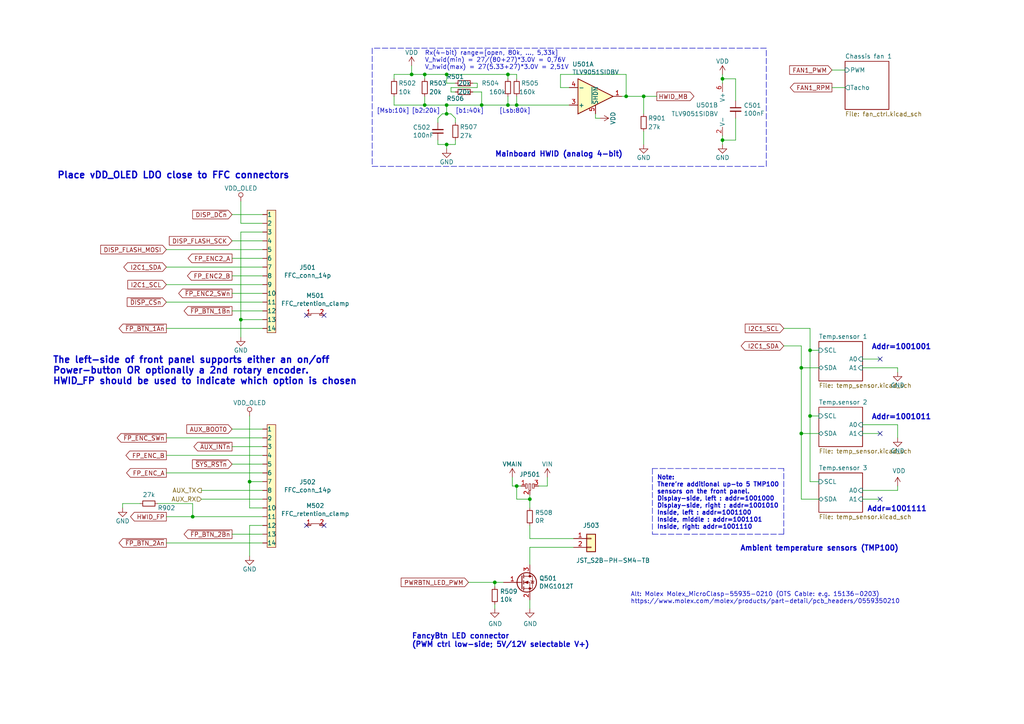
<source format=kicad_sch>
(kicad_sch (version 20211123) (generator eeschema)
  (paper "A4")
  (title_block (title "Front-side and internal connectors") (date "2020-08-03") (rev "R0.1") (company "SolderingStationGroup : Jonny Svärd / Mathias Johansson / Magnus Thulesius"))
  (lib_symbols
    (symbol "Connector_Generic:Conn_01x02" (pin_names (offset 1.016) hide)
      (property "Reference" "J" (at 0 2.54 0))
      (property "Value" "Conn_01x02" (at 0 -5.08 0))
      (symbol "Conn_01x02_1_1"
        (rectangle (start -1.27 -2.413) (end 0 -2.667) (stroke (width 0.1524)))
        (rectangle (start -1.27 0.127) (end 0 -0.127) (stroke (width 0.1524)))
        (rectangle (start -1.27 1.27) (end 1.27 -3.81) (stroke (width 0.254)) (fill (type background)))
        (pin passive line (at -5.08 0 0) (length 3.81) (name "Pin_1") (number "1"))
        (pin passive line (at -5.08 -2.54 0) (length 3.81) (name "Pin_2") (number "2"))
      )
    )
    (symbol "Device:C_Small" (pin_numbers hide) (pin_names (offset 0.254) hide)
      (property "Reference" "C" (at 0.254 1.778 0))
      (property "Value" "C_Small" (at 0.254 -2.032 0))
      (symbol "C_Small_0_1"
        (polyline (pts (xy -1.524 -0.508) (xy 1.524 -0.508)) (stroke (width 0.3302)))
        (polyline (pts (xy -1.524 0.508) (xy 1.524 0.508)) (stroke (width 0.3048)))
      )
      (symbol "C_Small_1_1"
        (pin passive line (at 0 2.54 270) (length 2.032) (name "~") (number "1"))
        (pin passive line (at 0 -2.54 90) (length 2.032) (name "~") (number "2"))
      )
    )
    (symbol "Device:R_Small" (pin_numbers hide) (pin_names (offset 0.254) hide)
      (property "Reference" "R" (at 0.762 0.508 0))
      (property "Value" "R_Small" (at 0.762 -1.016 0))
      (symbol "R_Small_0_1"
        (rectangle (start -0.762 1.778) (end 0.762 -1.778) (stroke (width 0.2032)))
      )
      (symbol "R_Small_1_1"
        (pin passive line (at 0 2.54 270) (length 0.762) (name "~") (number "1"))
        (pin passive line (at 0 -2.54 90) (length 0.762) (name "~") (number "2"))
      )
    )
    (symbol "customlib_mj:DMG1012T" (pin_names (offset 0) hide)
      (property "Reference" "Q" (at -1.27 -3.81 0))
      (property "Value" "DMG1012T" (at 5.715 0 90))
      (symbol "DMG1012T_0_1"
        (polyline (pts (xy 0.0508 0) (xy 0.254 0)))
        (polyline (pts (xy 0.762 -1.778) (xy 2.54 -1.778)))
        (polyline (pts (xy 0.762 -1.27) (xy 0.762 -2.286)) (stroke (width 0.254)))
        (polyline (pts (xy 0.762 0) (xy 2.54 0)))
        (polyline (pts (xy 0.762 0.508) (xy 0.762 -0.508)) (stroke (width 0.254)))
        (polyline (pts (xy 0.762 1.778) (xy 2.54 1.778)))
        (polyline (pts (xy 0.762 2.286) (xy 0.762 1.27)) (stroke (width 0.254)))
        (polyline (pts (xy 2.54 -1.778) (xy 2.54 -2.54)))
        (polyline (pts (xy 2.54 -1.778) (xy 2.54 0)))
        (polyline (pts (xy 2.54 2.54) (xy 2.54 1.778)))
        (polyline (pts (xy 0.254 1.905) (xy 0.254 -1.905) (xy 0.254 -1.905)) (stroke (width 0.254)))
        (polyline (pts (xy 1.016 0) (xy 2.032 0.381) (xy 2.032 -0.381) (xy 1.016 0)) (fill (type outline)))
        (polyline (pts (xy 2.54 -1.778) (xy 3.302 -1.778) (xy 3.302 1.778) (xy 2.54 1.778)))
        (polyline (pts (xy 2.794 0.508) (xy 2.921 0.381) (xy 3.683 0.381) (xy 3.81 0.254)))
        (polyline (pts (xy 3.302 0.381) (xy 2.921 -0.254) (xy 3.683 -0.254) (xy 3.302 0.381)))
        (circle (center 1.651 0) (radius 2.8194) (stroke (width 0.254)))
        (circle (center 2.54 -1.778) (radius 0.2794) (fill (type outline)))
        (circle (center 2.54 1.778) (radius 0.2794) (fill (type outline)))
      )
      (symbol "DMG1012T_1_1"
        (pin input line (at -5.08 0 0) (length 5.08) (name "G") (number "1"))
        (pin passive line (at 2.54 -5.08 90) (length 2.54) (name "S") (number "2"))
        (pin passive line (at 2.54 5.08 270) (length 2.54) (name "D") (number "3"))
      )
    )
    (symbol "customlib_mj:FFC_conn_14p" (pin_numbers hide) (pin_names (offset 0.0254))
      (property "Reference" "J" (at 0 -19.05 0))
      (property "Value" "FFC_conn_14p" (at 2.54 0 90))
      (symbol "FFC_conn_14p_0_1"
        (rectangle (start -1.27 17.78) (end 1.27 -17.78) (fill (type background)))
      )
      (symbol "FFC_conn_14p_1_1"
        (pin passive line (at -2.54 16.51 0) (length 1.27) (name "1") (number "1"))
        (pin passive line (at -2.54 -6.35 0) (length 1.27) (name "10") (number "10"))
        (pin passive line (at -2.54 -8.89 0) (length 1.27) (name "11") (number "11"))
        (pin passive line (at -2.54 -11.43 0) (length 1.27) (name "12") (number "12"))
        (pin passive line (at -2.54 -13.97 0) (length 1.27) (name "13") (number "13"))
        (pin passive line (at -2.54 -16.51 0) (length 1.27) (name "14") (number "14"))
        (pin no_connect line (at 2.54 17.78 180) (length 1.27) hide (name "~") (number "15"))
        (pin no_connect line (at 2.54 -17.78 180) (length 1.27) hide (name "~") (number "16"))
        (pin passive line (at -2.54 13.97 0) (length 1.27) (name "2") (number "2"))
        (pin passive line (at -2.54 11.43 0) (length 1.27) (name "3") (number "3"))
        (pin passive line (at -2.54 8.89 0) (length 1.27) (name "4") (number "4"))
        (pin passive line (at -2.54 6.35 0) (length 1.27) (name "5") (number "5"))
        (pin passive line (at -2.54 3.81 0) (length 1.27) (name "6") (number "6"))
        (pin passive line (at -2.54 1.27 0) (length 1.27) (name "7") (number "7"))
        (pin passive line (at -2.54 -1.27 0) (length 1.27) (name "8") (number "8"))
        (pin passive line (at -2.54 -3.81 0) (length 1.27) (name "9") (number "9"))
      )
    )
    (symbol "customlib_mj:FFC_retention_clamp" (pin_names (offset 1.016))
      (property "Reference" "M" (at 0 2.54 0))
      (property "Value" "FFC_retention_clamp" (at 0 -1.27 0))
      (symbol "FFC_retention_clamp_0_1"
        (polyline (pts (xy -1.27 0) (xy -1.27 0.508) (xy 1.27 0.508) (xy 1.27 0)))
      )
      (symbol "FFC_retention_clamp_1_1"
        (pin passive line (at -2.54 0 0) (length 1.27) (name "~") (number "1"))
        (pin passive line (at 2.54 0 180) (length 1.27) (name "~") (number "2"))
      )
    )
    (symbol "customlib_mj:TLV9051SIDBV" (pin_names (offset 0.127))
      (property "Reference" "U" (at 1.27 3.81 0))
      (property "Value" "TLV9051SIDBV" (at -2.54 -5.08 0))
      (symbol "TLV9051SIDBV_1_1"
        (polyline (pts (xy -5.08 5.08) (xy 5.08 0) (xy -5.08 -5.08) (xy -5.08 5.08)) (stroke (width 0.254)) (fill (type background)))
        (pin output line (at 7.62 0 180) (length 2.54) (name "~") (number "1"))
        (pin input line (at -7.62 2.54 0) (length 2.54) (name "+") (number "3"))
        (pin input line (at -7.62 -2.54 0) (length 2.54) (name "-") (number "4"))
        (pin input line (at 0 5.08 270) (length 2.54) (name "~{SHDN}") (number "5"))
      )
      (symbol "TLV9051SIDBV_2_1"
        (pin power_in line (at 0 -7.62 90) (length 2.54) (name "V-") (number "2"))
        (pin power_in line (at 0 7.62 270) (length 2.54) (name "V+") (number "6"))
      )
    )
    (symbol "customlib_mj:VDD_OLED" (power) (pin_names (offset 0))
      (property "Value" "VDD_OLED" (at 0 3.81 0))
      (symbol "VDD_OLED_0_1"
        (polyline (pts (xy 0 0) (xy 0 1.27)))
        (circle (center 0 1.905) (radius 0.635))
      )
      (symbol "VDD_OLED_1_1"
        (pin power_in line (at 0 0 90) (length 0) hide (name "VDD_OLED") (number "1"))
      )
    )
    (symbol "customlib_mj:VIN" (power) (pin_names (offset 0))
      (property "Value" "VIN" (at 0 3.81 0))
      (symbol "VIN_0_1"
        (polyline (pts (xy -0.762 1.27) (xy 0 2.54)))
        (polyline (pts (xy 0 0) (xy 0 2.54)))
        (polyline (pts (xy 0 2.54) (xy 0.762 1.27)))
      )
      (symbol "VIN_1_1"
        (pin power_in line (at 0 0 90) (length 0) hide (name "VIN") (number "1"))
      )
    )
    (symbol "customlib_mj:VMAIN" (power) (pin_names (offset 0))
      (property "Value" "VMAIN" (at 0 3.81 0))
      (symbol "VMAIN_0_1"
        (polyline (pts (xy -0.762 1.27) (xy 0 2.54)))
        (polyline (pts (xy 0 0) (xy 0 2.54)))
        (polyline (pts (xy 0 2.54) (xy 0.762 1.27)))
      )
      (symbol "VMAIN_1_1"
        (pin power_in line (at 0 0 90) (length 0) hide (name "VMAIN") (number "1"))
      )
    )
    (symbol "customlib_mj:dogbone_3_ud" (pin_names (offset 1.016))
      (property "Reference" "JP" (at 0 1.905 0))
      (symbol "dogbone_3_ud_0_1"
        (rectangle (start -1.27 0.635) (end -0.762 -0.635))
        (rectangle (start -0.254 0.635) (end 0.254 -1.27))
        (rectangle (start 1.27 0.635) (end 0.762 -0.635))
      )
      (symbol "dogbone_3_ud_1_1"
        (pin passive line (at -2.54 0 0) (length 1.27) (name "~") (number "1"))
        (pin passive line (at 0 -2.54 90) (length 1.27) (name "~") (number "2"))
        (pin passive line (at 2.54 0 180) (length 1.27) (name "~") (number "3"))
      )
    )
    (symbol "power:GND" (power) (pin_names (offset 0))
      (property "Value" "GND" (at 0 -3.81 0))
      (symbol "GND_0_1"
        (polyline (pts (xy 0 0) (xy 0 -1.27) (xy 1.27 -1.27) (xy 0 -2.54) (xy -1.27 -1.27) (xy 0 -1.27)))
      )
      (symbol "GND_1_1"
        (pin power_in line (at 0 0 270) (length 0) hide (name "GND") (number "1"))
      )
    )
    (symbol "power:VDD" (power) (pin_names (offset 0))
      (property "Value" "VDD" (at 0 3.81 0))
      (symbol "VDD_0_1"
        (polyline (pts (xy -0.762 1.27) (xy 0 2.54)))
        (polyline (pts (xy 0 0) (xy 0 2.54)))
        (polyline (pts (xy 0 2.54) (xy 0.762 1.27)))
      )
      (symbol "VDD_1_1"
        (pin power_in line (at 0 0 90) (length 0) hide (name "VDD") (number "1"))
      )
    )
  )
  (junction (at 129.54 33.02))
  (junction (at 129.54 30.48))
  (junction (at 123.19 30.48))
  (junction (at 147.32 21.59))
  (junction (at 181.61 27.94))
  (junction (at 72.39 139.7))
  (junction (at 147.32 30.48))
  (junction (at 232.41 106.68))
  (junction (at 139.7 30.48))
  (junction (at 123.19 21.59))
  (junction (at 209.55 22.86))
  (junction (at 119.38 21.59))
  (junction (at 129.54 21.59))
  (junction (at 209.55 40.64))
  (junction (at 232.41 125.73))
  (junction (at 153.67 144.78))
  (junction (at 143.51 168.91))
  (junction (at 234.95 101.6))
  (junction (at 69.85 92.71))
  (junction (at 55.88 149.86))
  (junction (at 149.86 140.97))
  (junction (at 129.54 41.91))
  (junction (at 186.69 27.94))
  (junction (at 149.86 30.48))
  (junction (at 234.95 120.65))
  (no_connect (at 88.9 152.4))
  (no_connect (at 93.98 152.4))
  (no_connect (at 255.27 144.78))
  (no_connect (at 93.98 91.44))
  (no_connect (at 88.9 91.44))
  (no_connect (at 255.27 104.14))
  (no_connect (at 255.27 125.73))
  (wire (pts (xy 69.85 92.71) (xy 69.85 97.79)))
  (wire (pts (xy 130.81 33.02) (xy 129.54 33.02)))
  (wire (pts (xy 132.08 34.29) (xy 130.81 33.02)))
  (wire (pts (xy 76.2 82.55) (xy 48.26 82.55)))
  (wire (pts (xy 76.2 90.17) (xy 67.31 90.17)))
  (wire (pts (xy 260.35 142.24) (xy 260.35 140.97)))
  (wire (pts (xy 76.2 127) (xy 48.26 127)))
  (wire (pts (xy 132.08 35.56) (xy 132.08 34.29)))
  (wire (pts (xy 76.2 62.23) (xy 67.31 62.23)))
  (wire (pts (xy 123.19 22.86) (xy 123.19 21.59)))
  (wire (pts (xy 260.35 107.95) (xy 260.35 106.68)))
  (wire (pts (xy 153.67 144.78) (xy 153.67 143.51)))
  (wire (pts (xy 234.95 101.6) (xy 234.95 95.25)))
  (wire (pts (xy 67.31 80.01) (xy 76.2 80.01)))
  (wire (pts (xy 149.86 30.48) (xy 165.1 30.48)))
  (wire (pts (xy 76.2 137.16) (xy 48.26 137.16)))
  (wire (pts (xy 123.19 30.48) (xy 129.54 30.48)))
  (wire (pts (xy 135.89 168.91) (xy 143.51 168.91)))
  (wire (pts (xy 209.55 40.64) (xy 209.55 39.37)))
  (wire (pts (xy 69.85 67.31) (xy 69.85 92.71)))
  (wire (pts (xy 35.56 146.05) (xy 40.64 146.05)))
  (polyline (pts (xy 227.33 154.94) (xy 227.33 135.89)))
  (wire (pts (xy 72.39 120.65) (xy 72.39 139.7)))
  (wire (pts (xy 162.56 25.4) (xy 162.56 21.59)))
  (wire (pts (xy 250.19 104.14) (xy 255.27 104.14)))
  (wire (pts (xy 147.32 21.59) (xy 149.86 21.59)))
  (wire (pts (xy 76.2 87.63) (xy 48.26 87.63)))
  (wire (pts (xy 69.85 64.77) (xy 69.85 58.42)))
  (wire (pts (xy 67.31 74.93) (xy 76.2 74.93)))
  (wire (pts (xy 186.69 27.94) (xy 190.5 27.94)))
  (wire (pts (xy 234.95 139.7) (xy 234.95 120.65)))
  (wire (pts (xy 130.81 25.4) (xy 130.81 26.67)))
  (wire (pts (xy 213.36 22.86) (xy 209.55 22.86)))
  (wire (pts (xy 209.55 41.91) (xy 209.55 40.64)))
  (wire (pts (xy 76.2 129.54) (xy 67.31 129.54)))
  (polyline (pts (xy 107.95 13.97) (xy 107.95 48.26)))
  (wire (pts (xy 137.16 24.13) (xy 138.43 24.13)))
  (wire (pts (xy 250.19 142.24) (xy 260.35 142.24)))
  (wire (pts (xy 260.35 106.68) (xy 250.19 106.68)))
  (wire (pts (xy 260.35 123.19) (xy 250.19 123.19)))
  (wire (pts (xy 137.16 26.67) (xy 139.7 26.67)))
  (wire (pts (xy 119.38 21.59) (xy 123.19 21.59)))
  (polyline (pts (xy 222.25 13.97) (xy 107.95 13.97)))
  (polyline (pts (xy 107.95 48.26) (xy 222.25 48.26)))
  (wire (pts (xy 234.95 95.25) (xy 227.33 95.25)))
  (wire (pts (xy 153.67 163.83) (xy 153.67 158.75)))
  (wire (pts (xy 72.39 139.7) (xy 76.2 139.7)))
  (wire (pts (xy 114.3 30.48) (xy 123.19 30.48)))
  (wire (pts (xy 76.2 77.47) (xy 48.26 77.47)))
  (wire (pts (xy 153.67 152.4) (xy 153.67 156.21)))
  (wire (pts (xy 129.54 21.59) (xy 147.32 21.59)))
  (wire (pts (xy 181.61 27.94) (xy 180.34 27.94)))
  (wire (pts (xy 143.51 170.18) (xy 143.51 168.91)))
  (wire (pts (xy 119.38 19.05) (xy 119.38 21.59)))
  (wire (pts (xy 149.86 27.94) (xy 149.86 30.48)))
  (wire (pts (xy 147.32 27.94) (xy 147.32 30.48)))
  (wire (pts (xy 76.2 144.78) (xy 58.42 144.78)))
  (wire (pts (xy 213.36 40.64) (xy 213.36 34.29)))
  (wire (pts (xy 234.95 120.65) (xy 234.95 101.6)))
  (wire (pts (xy 128.27 33.02) (xy 127 34.29)))
  (wire (pts (xy 76.2 142.24) (xy 58.42 142.24)))
  (wire (pts (xy 127 40.64) (xy 127 41.91)))
  (wire (pts (xy 260.35 127) (xy 260.35 123.19)))
  (polyline (pts (xy 227.33 135.89) (xy 189.23 135.89)))
  (wire (pts (xy 129.54 30.48) (xy 139.7 30.48)))
  (wire (pts (xy 130.81 26.67) (xy 132.08 26.67)))
  (wire (pts (xy 153.67 158.75) (xy 166.37 158.75)))
  (wire (pts (xy 132.08 24.13) (xy 129.54 24.13)))
  (wire (pts (xy 55.88 146.05) (xy 55.88 149.86)))
  (wire (pts (xy 148.59 140.97) (xy 149.86 140.97)))
  (wire (pts (xy 241.3 20.32) (xy 245.11 20.32)))
  (wire (pts (xy 173.99 34.29) (xy 172.72 34.29)))
  (wire (pts (xy 76.2 132.08) (xy 48.26 132.08)))
  (wire (pts (xy 213.36 29.21) (xy 213.36 22.86)))
  (wire (pts (xy 245.11 25.4) (xy 241.3 25.4)))
  (wire (pts (xy 209.55 40.64) (xy 213.36 40.64)))
  (wire (pts (xy 35.56 147.32) (xy 35.56 146.05)))
  (wire (pts (xy 153.67 156.21) (xy 166.37 156.21)))
  (wire (pts (xy 138.43 25.4) (xy 130.81 25.4)))
  (wire (pts (xy 76.2 147.32) (xy 72.39 147.32)))
  (wire (pts (xy 69.85 67.31) (xy 76.2 67.31)))
  (wire (pts (xy 162.56 21.59) (xy 181.61 21.59)))
  (wire (pts (xy 138.43 24.13) (xy 138.43 25.4)))
  (wire (pts (xy 76.2 72.39) (xy 48.26 72.39)))
  (wire (pts (xy 76.2 64.77) (xy 69.85 64.77)))
  (wire (pts (xy 72.39 152.4) (xy 72.39 161.29)))
  (wire (pts (xy 153.67 147.32) (xy 153.67 144.78)))
  (polyline (pts (xy 189.23 154.94) (xy 227.33 154.94)))
  (wire (pts (xy 250.19 144.78) (xy 255.27 144.78)))
  (wire (pts (xy 139.7 30.48) (xy 147.32 30.48)))
  (wire (pts (xy 67.31 85.09) (xy 76.2 85.09)))
  (wire (pts (xy 237.49 120.65) (xy 234.95 120.65)))
  (wire (pts (xy 232.41 144.78) (xy 232.41 125.73)))
  (wire (pts (xy 156.21 140.97) (xy 158.75 140.97)))
  (wire (pts (xy 127 35.56) (xy 127 34.29)))
  (wire (pts (xy 114.3 21.59) (xy 119.38 21.59)))
  (wire (pts (xy 129.54 41.91) (xy 129.54 43.18)))
  (wire (pts (xy 237.49 144.78) (xy 232.41 144.78)))
  (wire (pts (xy 45.72 146.05) (xy 55.88 146.05)))
  (wire (pts (xy 114.3 22.86) (xy 114.3 21.59)))
  (wire (pts (xy 172.72 34.29) (xy 172.72 33.02)))
  (wire (pts (xy 76.2 134.62) (xy 67.31 134.62)))
  (wire (pts (xy 165.1 25.4) (xy 162.56 25.4)))
  (wire (pts (xy 186.69 41.91) (xy 186.69 38.1)))
  (wire (pts (xy 143.51 176.53) (xy 143.51 175.26)))
  (wire (pts (xy 209.55 24.13) (xy 209.55 22.86)))
  (wire (pts (xy 72.39 147.32) (xy 72.39 139.7)))
  (wire (pts (xy 149.86 21.59) (xy 149.86 22.86)))
  (wire (pts (xy 48.26 157.48) (xy 76.2 157.48)))
  (wire (pts (xy 132.08 41.91) (xy 132.08 40.64)))
  (wire (pts (xy 127 41.91) (xy 129.54 41.91)))
  (wire (pts (xy 123.19 21.59) (xy 129.54 21.59)))
  (wire (pts (xy 149.86 140.97) (xy 149.86 144.78)))
  (wire (pts (xy 232.41 100.33) (xy 227.33 100.33)))
  (polyline (pts (xy 189.23 135.89) (xy 189.23 154.94)))
  (wire (pts (xy 147.32 22.86) (xy 147.32 21.59)))
  (wire (pts (xy 186.69 33.02) (xy 186.69 27.94)))
  (wire (pts (xy 250.19 125.73) (xy 255.27 125.73)))
  (wire (pts (xy 158.75 140.97) (xy 158.75 138.43)))
  (wire (pts (xy 147.32 30.48) (xy 149.86 30.48)))
  (wire (pts (xy 76.2 92.71) (xy 69.85 92.71)))
  (wire (pts (xy 76.2 124.46) (xy 67.31 124.46)))
  (wire (pts (xy 76.2 95.25) (xy 48.26 95.25)))
  (wire (pts (xy 153.67 173.99) (xy 153.67 176.53)))
  (wire (pts (xy 232.41 106.68) (xy 232.41 100.33)))
  (wire (pts (xy 76.2 149.86) (xy 55.88 149.86)))
  (wire (pts (xy 209.55 22.86) (xy 209.55 21.59)))
  (wire (pts (xy 76.2 69.85) (xy 67.31 69.85)))
  (wire (pts (xy 143.51 168.91) (xy 146.05 168.91)))
  (wire (pts (xy 149.86 140.97) (xy 151.13 140.97)))
  (wire (pts (xy 237.49 125.73) (xy 232.41 125.73)))
  (wire (pts (xy 55.88 149.86) (xy 48.26 149.86)))
  (wire (pts (xy 237.49 106.68) (xy 232.41 106.68)))
  (wire (pts (xy 148.59 138.43) (xy 148.59 140.97)))
  (wire (pts (xy 129.54 24.13) (xy 129.54 21.59)))
  (wire (pts (xy 139.7 26.67) (xy 139.7 30.48)))
  (wire (pts (xy 129.54 33.02) (xy 129.54 30.48)))
  (polyline (pts (xy 222.25 48.26) (xy 222.25 13.97)))
  (wire (pts (xy 237.49 139.7) (xy 234.95 139.7)))
  (wire (pts (xy 76.2 152.4) (xy 72.39 152.4)))
  (wire (pts (xy 76.2 154.94) (xy 67.31 154.94)))
  (wire (pts (xy 129.54 33.02) (xy 128.27 33.02)))
  (wire (pts (xy 232.41 125.73) (xy 232.41 106.68)))
  (wire (pts (xy 129.54 41.91) (xy 132.08 41.91)))
  (wire (pts (xy 149.86 144.78) (xy 153.67 144.78)))
  (wire (pts (xy 237.49 101.6) (xy 234.95 101.6)))
  (wire (pts (xy 181.61 27.94) (xy 186.69 27.94)))
  (wire (pts (xy 123.19 27.94) (xy 123.19 30.48)))
  (wire (pts (xy 114.3 27.94) (xy 114.3 30.48)))
  (wire (pts (xy 181.61 21.59) (xy 181.61 27.94)))
  (text "Addr=1001011" (at 252.73 121.92 0) (effects (font (size 1.524 1.524) (thickness 0.3048) bold) (justify left bottom)))
  (text "Alt: Molex Molex_MicroClasp-55935-0210 (OTS Cable: e.g. 15136-0203)\nhttps://www.molex.com/molex/products/part-detail/pcb_headers/0559350210" (at 182.88 175.26 0) (effects (font (size 1.27 1.27)) (justify left bottom)))
  (text "Rx(4-bit) range=[open, 80k, ..., 5,33k]\nV_hwid(min) = 27/(80+27)*3.0V = 0,76V\nV_hwid(max) = 27(5.33+27)*3.0V = 2,51V" (at 123.19 20.32 0) (effects (font (size 1.27 1.27)) (justify left bottom)))
  (text "[b2:20k]" (at 119.38 33.02 0) (effects (font (size 1.27 1.27)) (justify left bottom)))
  (text "[Lsb:80k]" (at 144.78 33.02 0) (effects (font (size 1.27 1.27)) (justify left bottom)))
  (text "Addr=1001001" (at 252.73 101.6 0) (effects (font (size 1.524 1.524) (thickness 0.3048) bold) (justify left bottom)))
  (text "Note:\nThere're additional up-to 5 TMP100\nsensors on the front panel.\nDisplay-side, left : addr=1001000\nDisplay-side, right : addr=1001010\nInside, left : addr=1001100\nInside, middle : addr=1001101\nInside, right: addr=1001110 " (at 190.5 153.67 0) (effects (font (size 1.27 1.27) (thickness 0.254) bold) (justify left bottom)))
  (text "The left-side of front panel supports either an on/off\nPower-button OR optionally a 2nd rotary encoder.\nHWID_FP should be used to indicate which option is chosen" (at 15.24 111.76 0) (effects (font (size 1.905 1.905) (thickness 0.381) bold) (justify left bottom)))
  (text "Ambient temperature sensors (TMP100)" (at 214.63 160.02 0) (effects (font (size 1.524 1.524) (thickness 0.3048) bold) (justify left bottom)))
  (text "Place vDD_OLED LDO close to FFC connectors" (at 16.51 52.07 0) (effects (font (size 1.905 1.905) (thickness 0.381) bold) (justify left bottom)))
  (text "Addr=1001111" (at 251.46 148.59 0) (effects (font (size 1.524 1.524) (thickness 0.3048) bold) (justify left bottom)))
  (text "FancyBtn LED connector \n(PWM ctrl low-side; 5V/12V selectable V+)" (at 119.38 187.96 0) (effects (font (size 1.524 1.524) (thickness 0.3048) bold) (justify left bottom)))
  (text "Mainboard HWID (analog 4-bit)" (at 143.51 45.72 0) (effects (font (size 1.524 1.524) (thickness 0.3048) bold) (justify left bottom)))
  (text "[Msb:10k]" (at 109.22 33.02 0) (effects (font (size 1.27 1.27)) (justify left bottom)))
  (text "[b1:40k]" (at 132.08 33.02 0) (effects (font (size 1.27 1.27)) (justify left bottom)))
  (global_label "I2C1_SCL" (shape input) (at 227.33 95.25 180) (property "Intersheet References" "${INTERSHEET_REFS}" (effects hide)))
  (global_label "~{SYS_RSTn}" (shape input) (at 67.31 134.62 180) (property "Intersheet References" "${INTERSHEET_REFS}" (effects hide)))
  (global_label "~{AUX_INTn}" (shape output) (at 67.31 129.54 180) (property "Intersheet References" "${INTERSHEET_REFS}" (effects hide)))
  (global_label "~{FP_BTN_1Bn}" (shape output) (at 67.31 90.17 180) (property "Intersheet References" "${INTERSHEET_REFS}" (effects hide)))
  (global_label "~{DISP_CSn}" (shape input) (at 48.26 87.63 180) (property "Intersheet References" "${INTERSHEET_REFS}" (effects hide)))
  (global_label "DISP_FLASH_SCK" (shape input) (at 67.31 69.85 180) (property "Intersheet References" "${INTERSHEET_REFS}" (effects hide)))
  (global_label "PWRBTN_LED_PWM" (shape input) (at 135.89 168.91 180) (property "Intersheet References" "${INTERSHEET_REFS}" (effects hide)))
  (global_label "FP_ENC2_B" (shape output) (at 67.31 80.01 180) (property "Intersheet References" "${INTERSHEET_REFS}" (effects hide)))
  (global_label "~{FP_BTN_2Bn}" (shape output) (at 67.31 154.94 180) (property "Intersheet References" "${INTERSHEET_REFS}" (effects hide)))
  (global_label "FP_ENC_A" (shape output) (at 48.26 137.16 180) (property "Intersheet References" "${INTERSHEET_REFS}" (effects hide)))
  (global_label "FAN1_RPM" (shape output) (at 241.3 25.4 180) (property "Intersheet References" "${INTERSHEET_REFS}" (effects hide)))
  (global_label "FP_ENC2_A" (shape output) (at 67.31 74.93 180) (property "Intersheet References" "${INTERSHEET_REFS}" (effects hide)))
  (global_label "~{FP_ENC2_SWn}" (shape output) (at 67.31 85.09 180) (property "Intersheet References" "${INTERSHEET_REFS}" (effects hide)))
  (global_label "FP_ENC_B" (shape output) (at 48.26 132.08 180) (property "Intersheet References" "${INTERSHEET_REFS}" (effects hide)))
  (global_label "I2C1_SDA" (shape bidirectional) (at 48.26 77.47 180) (property "Intersheet References" "${INTERSHEET_REFS}" (effects hide)))
  (global_label "~{FP_BTN_2An}" (shape output) (at 48.26 157.48 180) (property "Intersheet References" "${INTERSHEET_REFS}" (effects hide)))
  (global_label "~{FP_ENC_SWn}" (shape output) (at 48.26 127 180) (property "Intersheet References" "${INTERSHEET_REFS}" (effects hide)))
  (global_label "I2C1_SDA" (shape bidirectional) (at 227.33 100.33 180) (property "Intersheet References" "${INTERSHEET_REFS}" (effects hide)))
  (global_label "~{FP_BTN_1An}" (shape output) (at 48.26 95.25 180) (property "Intersheet References" "${INTERSHEET_REFS}" (effects hide)))
  (global_label "DISP_FLASH_MOSI" (shape input) (at 48.26 72.39 180) (property "Intersheet References" "${INTERSHEET_REFS}" (effects hide)))
  (global_label "HWID_MB" (shape output) (at 190.5 27.94 0) (property "Intersheet References" "${INTERSHEET_REFS}" (effects hide)))
  (global_label "AUX_BOOT0" (shape input) (at 67.31 124.46 180) (property "Intersheet References" "${INTERSHEET_REFS}" (effects hide)))
  (global_label "HWID_FP" (shape output) (at 48.26 149.86 180) (property "Intersheet References" "${INTERSHEET_REFS}" (effects hide)))
  (global_label "I2C1_SCL" (shape input) (at 48.26 82.55 180) (property "Intersheet References" "${INTERSHEET_REFS}" (effects hide)))
  (global_label "DISP_D~{Cn}" (shape input) (at 67.31 62.23 180) (property "Intersheet References" "${INTERSHEET_REFS}" (effects hide)))
  (global_label "FAN1_PWM" (shape input) (at 241.3 20.32 180) (property "Intersheet References" "${INTERSHEET_REFS}" (effects hide)))
  (hierarchical_label "AUX_TX" (shape output) (at 58.42 142.24 180))
  (hierarchical_label "AUX_RX" (shape input) (at 58.42 144.78 180))
  (symbol (lib_id "customlib_mj:VIN") (at 158.75 138.43 0) (unit 1)
    (property "Reference" "#PWR0512" (effects hide))
    (property "Value" "VIN" (at 158.75 134.62 0))
  )
  (symbol (lib_id "customlib_mj:VMAIN") (at 148.59 138.43 0) (unit 1)
    (property "Reference" "#PWR0511" (effects hide))
    (property "Value" "VMAIN" (at 148.59 134.62 0))
  )
  (symbol (lib_id "customlib_mj:DMG1012T") (at 151.13 168.91 0) (unit 1)
    (property "Reference" "Q501" (at 156.3624 167.7416 0) (effects (justify left)))
    (property "Value" "DMG1012T" (at 161.3408 170.053 0))
    (property "Footprint" "customlib_mj_fp:SOT-523_handsoldering" (effects hide))
    (property "Datasheet" "https://www.diodes.com/assets/Datasheets/ds31783.pdf" (effects hide))
    (property "JLC_part" "Extended" (effects hide))
    (property "LCSC" "C143044" (effects hide))
  )
  (symbol (lib_id "power:GND") (at 153.67 176.53 0) (unit 1)
    (property "Reference" "#PWR0516" (effects hide))
    (property "Value" "GND" (at 153.797 180.9242 0))
  )
  (symbol (lib_id "Device:R_Small") (at 143.51 172.72 0) (unit 1)
    (property "Reference" "R509" (at 145.0086 171.5516 0) (effects (justify left)))
    (property "Value" "10k" (at 145.0086 173.863 0) (effects (justify left)))
    (property "Footprint" "Resistor_SMD:R_0402_1005Metric" (effects hide))
    (property "JLC_part" "Basic" (effects hide))
    (property "LCSC" "C25744" (effects hide))
  )
  (symbol (lib_id "power:GND") (at 143.51 176.53 0) (unit 1)
    (property "Reference" "#PWR0515" (effects hide))
    (property "Value" "GND" (at 143.637 180.9242 0))
  )
  (symbol (lib_id "customlib_mj:FFC_conn_14p") (at 78.74 78.74 0) (unit 1)
    (property "Reference" "J501" (at 89.2048 77.5716 0))
    (property "Value" "FFC_conn_14p" (at 89.2048 79.883 0))
    (property "Footprint" "customlib_mj_fp:FPC_14p_05mm-Molex_5052781433" (effects hide))
    (property "Datasheet" "https://www.we-online.com/catalog/datasheet/687114182122.pdf" (effects hide))
  )
  (symbol (lib_id "customlib_mj:FFC_conn_14p") (at 78.74 140.97 0) (unit 1)
    (property "Reference" "J502" (at 89.2048 139.8016 0))
    (property "Value" "FFC_conn_14p" (at 89.2048 142.113 0))
    (property "Footprint" "customlib_mj_fp:FPC_14p_05mm-Molex_5052781433" (effects hide))
    (property "Datasheet" "https://www.we-online.com/catalog/datasheet/687114182122.pdf" (effects hide))
  )
  (symbol (lib_id "Connector_Generic:Conn_01x02") (at 171.45 156.21 0) (unit 1)
    (property "Reference" "J503" (at 171.45 152.4 0))
    (property "Value" "JST_S2B-PH-SM4-TB" (at 177.8 162.56 0))
    (property "Footprint" "customlib_mj_fp:JST_PH_S2B-PH-SM4-TB_1x02-1MP_P2.00mm_Horizontal" (effects hide))
  )
  (symbol (lib_id "customlib_mj:FFC_retention_clamp") (at 91.44 91.44 0) (unit 1)
    (property "Reference" "M501" (at 91.44 85.725 0))
    (property "Value" "FFC_retention_clamp" (at 91.44 88.0364 0))
    (property "Footprint" "customlib_mj_fp:FFC_retention_clamp_14pin_7_5mm" (effects hide))
  )
  (symbol (lib_id "customlib_mj:FFC_retention_clamp") (at 91.44 152.4 0) (unit 1)
    (property "Reference" "M502" (at 91.44 146.685 0))
    (property "Value" "FFC_retention_clamp" (at 91.44 148.9964 0))
    (property "Footprint" "customlib_mj_fp:FFC_retention_clamp_14pin_7_5mm" (effects hide))
  )
  (symbol (lib_id "customlib_mj:dogbone_3_ud") (at 153.67 140.97 0) (unit 1)
    (property "Reference" "JP501" (at 153.67 137.5918 0))
    (property "Value" "dogbone_3_ud" (effects hide))
    (property "Footprint" "customlib_mj_fp:db3_ud_0402" (effects hide))
  )
  (symbol (lib_id "power:GND") (at 260.35 107.95 0) (unit 1)
    (property "Reference" "#PWR0508" (effects hide))
    (property "Value" "GND" (at 260.35 111.76 0))
  )
  (symbol (lib_id "power:GND") (at 260.35 127 0) (unit 1)
    (property "Reference" "#PWR0510" (effects hide))
    (property "Value" "GND" (at 260.35 130.81 0))
  )
  (symbol (lib_id "power:VDD") (at 260.35 140.97 0) (unit 1)
    (property "Reference" "#PWR0513" (effects hide))
    (property "Value" "VDD" (at 260.731 136.5758 0))
  )
  (symbol (lib_id "Device:R_Small") (at 153.67 149.86 0) (unit 1)
    (property "Reference" "R508" (at 155.1686 148.6916 0) (effects (justify left)))
    (property "Value" "0R" (at 155.1686 151.003 0) (effects (justify left)))
    (property "Footprint" "Resistor_SMD:R_0402_1005Metric" (effects hide))
    (property "JLC_part" "Basic" (effects hide))
    (property "LCSC" "C17168" (effects hide))
  )
  (symbol (lib_id "power:GND") (at 69.85 97.79 0) (unit 1)
    (property "Reference" "#PWR0507" (effects hide))
    (property "Value" "GND" (at 69.85 101.6 0))
  )
  (symbol (lib_id "Device:R_Small") (at 114.3 25.4 0) (unit 1)
    (property "Reference" "R502" (at 115.57 24.13 0) (effects (justify left)))
    (property "Value" "10k" (at 115.57 26.67 0) (effects (justify left)))
    (property "Footprint" "Resistor_SMD:R_0402_1005Metric" (effects hide))
    (property "JLC_part" "Basic" (effects hide))
    (property "LCSC" "C25744" (effects hide))
  )
  (symbol (lib_id "Device:R_Small") (at 134.62 24.13 90) (unit 1)
    (property "Reference" "R501" (at 134.62 22.225 90) (effects (justify left)))
    (property "Value" "20k" (at 136.525 24.13 90) (effects (justify left)))
    (property "Footprint" "Resistor_SMD:R_0402_1005Metric" (effects hide))
    (property "JLC_part" "Basic" (effects hide))
    (property "LCSC" "C25765" (effects hide))
  )
  (symbol (lib_id "Device:R_Small") (at 134.62 26.67 90) (unit 1)
    (property "Reference" "R506" (at 134.62 28.575 90) (effects (justify left)))
    (property "Value" "20k" (at 136.525 26.67 90) (effects (justify left)))
    (property "Footprint" "Resistor_SMD:R_0402_1005Metric" (effects hide))
    (property "JLC_part" "Basic" (effects hide))
    (property "LCSC" "C25765" (effects hide))
  )
  (symbol (lib_id "Device:R_Small") (at 123.19 25.4 0) (unit 1)
    (property "Reference" "R503" (at 124.46 24.13 0) (effects (justify left)))
    (property "Value" "20k" (at 124.46 26.67 0) (effects (justify left)))
    (property "Footprint" "Resistor_SMD:R_0402_1005Metric" (effects hide))
    (property "JLC_part" "Basic" (effects hide))
    (property "LCSC" "C25765" (effects hide))
  )
  (symbol (lib_id "Device:R_Small") (at 149.86 25.4 0) (unit 1)
    (property "Reference" "R505" (at 151.13 24.13 0) (effects (justify left)))
    (property "Value" "160k" (at 150.495 26.67 0) (effects (justify left)))
    (property "Footprint" "Resistor_SMD:R_0603_1608Metric" (effects hide))
    (property "JLC_part" "Basic" (effects hide))
    (property "LCSC" "C22813" (effects hide))
  )
  (symbol (lib_id "Device:R_Small") (at 147.32 25.4 0) (mirror y) (unit 1)
    (property "Reference" "R504" (at 144.78 24.13 0) (effects (justify left)))
    (property "Value" "160k" (at 146.685 26.67 0) (effects (justify left)))
    (property "Footprint" "Resistor_SMD:R_0603_1608Metric" (effects hide))
    (property "JLC_part" "Basic" (effects hide))
    (property "LCSC" "C22813" (effects hide))
  )
  (symbol (lib_id "Device:R_Small") (at 132.08 38.1 0) (unit 1)
    (property "Reference" "R507" (at 133.35 36.83 0) (effects (justify left)))
    (property "Value" "27k" (at 133.35 39.37 0) (effects (justify left)))
    (property "Footprint" "Resistor_SMD:R_0402_1005Metric" (effects hide))
    (property "JLC_part" "Basic" (effects hide))
    (property "LCSC" "C25771" (effects hide))
  )
  (symbol (lib_id "Device:C_Small") (at 127 38.1 0) (mirror x) (unit 1)
    (property "Reference" "C502" (at 119.7356 36.9316 0) (effects (justify left)))
    (property "Value" "100nF" (at 119.7356 39.243 0) (effects (justify left)))
    (property "Footprint" "Capacitor_SMD:C_0402_1005Metric" (effects hide))
    (property "JLC_part" "Basic" (effects hide))
    (property "LCSC" "C1525" (effects hide))
  )
  (symbol (lib_id "power:GND") (at 129.54 43.18 0) (unit 1)
    (property "Reference" "#PWR0505" (effects hide))
    (property "Value" "GND" (at 129.54 46.99 0))
  )
  (symbol (lib_id "power:VDD") (at 119.38 19.05 0) (unit 1)
    (property "Reference" "#PWR0501" (effects hide))
    (property "Value" "VDD" (at 119.38 15.24 0))
  )
  (symbol (lib_id "power:VDD") (at 173.99 34.29 270) (unit 1)
    (property "Reference" "#PWR0503" (effects hide))
    (property "Value" "VDD" (at 177.8 34.29 0))
  )
  (symbol (lib_id "power:VDD") (at 209.55 21.59 0) (unit 1)
    (property "Reference" "#PWR0502" (effects hide))
    (property "Value" "VDD" (at 209.55 17.78 0))
  )
  (symbol (lib_id "power:GND") (at 209.55 41.91 0) (unit 1)
    (property "Reference" "#PWR0504" (effects hide))
    (property "Value" "GND" (at 209.55 45.72 0))
  )
  (symbol (lib_id "Device:C_Small") (at 213.36 31.75 0) (unit 1)
    (property "Reference" "C501" (at 215.6968 30.5816 0) (effects (justify left)))
    (property "Value" "100nF" (at 215.6968 32.893 0) (effects (justify left)))
    (property "Footprint" "Capacitor_SMD:C_0402_1005Metric" (effects hide))
    (property "JLC_part" "Basic" (effects hide))
    (property "LCSC" "C1525" (effects hide))
  )
  (symbol (lib_id "customlib_mj:TLV9051SIDBV") (at 172.72 27.94 0) (mirror x) (unit 1)
    (property "Reference" "U501" (at 165.9636 18.6182 0) (effects (justify left)))
    (property "Value" "TLV9051SIDBV" (at 165.9636 20.9296 0) (effects (justify left)))
    (property "Footprint" "Package_TO_SOT_SMD:TSOT-23-6" (effects hide))
    (property "Datasheet" "https://www.ti.com/lit/gpn/tlv9051" (effects hide))
  )
  (symbol (lib_id "customlib_mj:TLV9051SIDBV") (at 209.55 31.75 0) (unit 2)
    (property "Reference" "U501" (at 208.28 30.48 0) (effects (justify right)))
    (property "Value" "TLV9051SIDBV" (at 208.28 33.02 0) (effects (justify right)))
    (property "Footprint" "Package_TO_SOT_SMD:TSOT-23-6" (effects hide))
    (property "Datasheet" "https://www.ti.com/lit/gpn/tlv9051" (effects hide))
  )
  (symbol (lib_id "power:GND") (at 72.39 161.29 0) (unit 1)
    (property "Reference" "#PWR0514" (effects hide))
    (property "Value" "GND" (at 72.39 165.1 0))
  )
  (symbol (lib_id "customlib_mj:VDD_OLED") (at 69.85 58.42 0) (unit 1)
    (property "Reference" "#PWR0506" (effects hide))
    (property "Value" "VDD_OLED" (at 69.85 54.61 0))
  )
  (symbol (lib_id "customlib_mj:VDD_OLED") (at 72.39 120.65 0) (unit 1)
    (property "Reference" "#PWR0509" (effects hide))
    (property "Value" "VDD_OLED" (at 72.39 116.84 0))
  )
  (symbol (lib_id "Device:R_Small") (at 186.69 35.56 0) (unit 1)
    (property "Reference" "R901" (at 187.96 34.29 0) (effects (justify left)))
    (property "Value" "27k" (at 187.96 36.83 0) (effects (justify left)))
    (property "Footprint" "Resistor_SMD:R_0402_1005Metric" (effects hide))
    (property "JLC_part" "Basic" (effects hide))
    (property "LCSC" "C25771" (effects hide))
  )
  (symbol (lib_id "power:GND") (at 186.69 41.91 0) (unit 1)
    (property "Reference" "#PWR0905" (effects hide))
    (property "Value" "GND" (at 186.69 45.72 0))
  )
  (symbol (lib_id "Device:R_Small") (at 43.18 146.05 270) (unit 1)
    (property "Reference" "R902" (at 45.72 147.32 90) (effects (justify left)))
    (property "Value" "27k" (at 43.18 143.51 90))
    (property "Footprint" "Resistor_SMD:R_0402_1005Metric" (effects hide))
    (property "JLC_part" "Basic" (effects hide))
    (property "LCSC" "C25771" (effects hide))
  )
  (symbol (lib_id "power:GND") (at 35.56 147.32 0) (unit 1)
    (property "Reference" "#PWR0906" (effects hide))
    (property "Value" "GND" (at 35.56 151.13 0))
  )
  (sheet (at 245.11 17.78) (size 12.7 13.97)
    (property "Sheet name" "Chassis fan 1" (at 245.11 17.0684 0) (effects (justify left bottom)))
    (property "Sheet file" "fan_ctrl.kicad_sch" (at 245.11 32.3346 0) (effects (justify left top)))
    (pin "PWM" input (at 245.11 20.32 180))
    (pin "Tacho" output (at 245.11 25.4 180))
  )
  (sheet (at 237.49 99.06) (size 12.7 11.43)
    (property "Sheet name" "Temp.sensor 1" (at 237.49 98.3484 0) (effects (justify left bottom)))
    (property "Sheet file" "temp_sensor.kicad_sch" (at 237.49 111.0746 0) (effects (justify left top)))
    (pin "SCL" input (at 237.49 101.6 180))
    (pin "SDA" bidirectional (at 237.49 106.68 180))
    (pin "A0" input (at 250.19 104.14 0))
    (pin "A1" input (at 250.19 106.68 0))
  )
  (sheet (at 237.49 118.11) (size 12.7 11.43)
    (property "Sheet name" "Temp.sensor 2" (at 237.49 117.3984 0) (effects (justify left bottom)))
    (property "Sheet file" "temp_sensor.kicad_sch" (at 237.49 130.1246 0) (effects (justify left top)))
    (pin "SCL" input (at 237.49 120.65 180))
    (pin "SDA" bidirectional (at 237.49 125.73 180))
    (pin "A0" input (at 250.19 123.19 0))
    (pin "A1" input (at 250.19 125.73 0))
  )
  (sheet (at 237.49 137.16) (size 12.7 11.43)
    (property "Sheet name" "Temp.sensor 3" (at 237.49 136.4484 0) (effects (justify left bottom)))
    (property "Sheet file" "temp_sensor.kicad_sch" (at 237.49 149.1746 0) (effects (justify left top)))
    (pin "SCL" input (at 237.49 139.7 180))
    (pin "SDA" bidirectional (at 237.49 144.78 180))
    (pin "A0" input (at 250.19 142.24 0))
    (pin "A1" input (at 250.19 144.78 0))
  )
)
</source>
